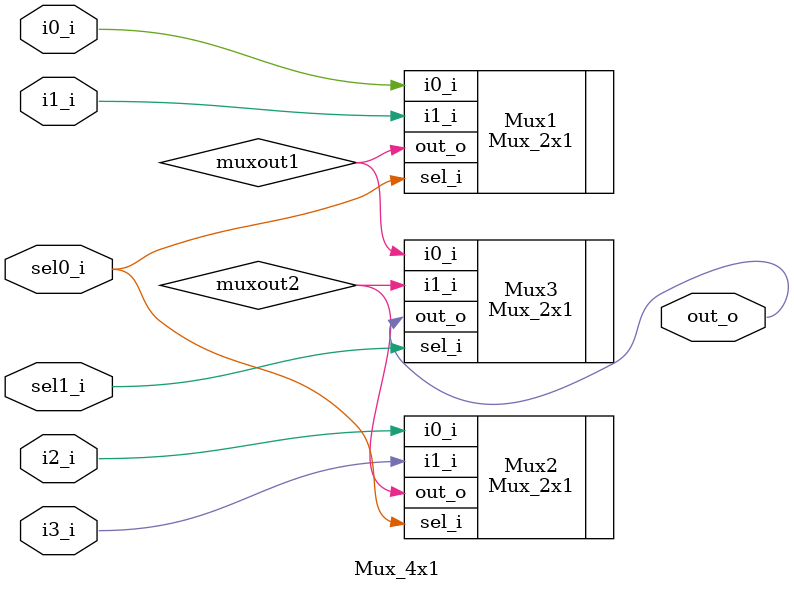
<source format=v>
`timescale 1ns / 1ps


module Mux_4x1(
input i0_i,
input i1_i,
input i2_i,
input i3_i,
input sel0_i,
input sel1_i,
output out_o
);
wire muxout1,muxout2;
Mux_2x1 Mux1(
.i0_i(i0_i),
.i1_i(i1_i),
.sel_i(sel0_i),
.out_o(muxout1)
);
Mux_2x1 Mux2(
.i0_i(i2_i),
.i1_i(i3_i),
.sel_i(sel0_i),
.out_o(muxout2)
);
Mux_2x1 Mux3(
.i0_i(muxout1),
.i1_i(muxout2),
.sel_i(sel1_i),
.out_o(out_o)
);
endmodule

</source>
